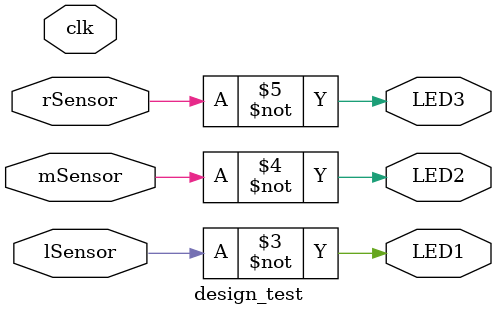
<source format=v>
`timescale 1ns / 1ps


module design_test(
    input wire clk,
    input wire lSensor, mSensor, rSensor,
    output wire LED1, LED2, LED3
    );
    
    reg stuff;
    
    always @ (posedge clk) begin
    stuff = ~stuff;
    end
    
    initial begin
    stuff = 0;
    end
   
   assign LED1 = (lSensor==0);
   assign LED2 = (mSensor==0);
   assign LED3 = (rSensor==0);
   
endmodule

</source>
